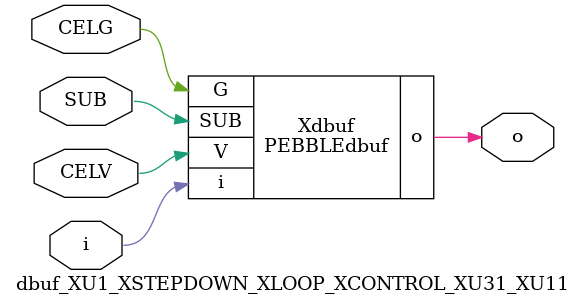
<source format=v>



module PEBBLEdbuf ( o, G, SUB, V, i );

  input V;
  input i;
  input G;
  output o;
  input SUB;
endmodule

//Celera Confidential Do Not Copy dbuf_XU1_XSTEPDOWN_XLOOP_XCONTROL_XU31_XU11
//Celera Confidential Symbol Generator
//Digital Buffer
module dbuf_XU1_XSTEPDOWN_XLOOP_XCONTROL_XU31_XU11 (CELV,CELG,i,o,SUB);
input CELV;
input CELG;
input i;
input SUB;
output o;

//Celera Confidential Do Not Copy dbuf
PEBBLEdbuf Xdbuf(
.V (CELV),
.i (i),
.o (o),
.SUB (SUB),
.G (CELG)
);
//,diesize,PEBBLEdbuf

//Celera Confidential Do Not Copy Module End
//Celera Schematic Generator
endmodule

</source>
